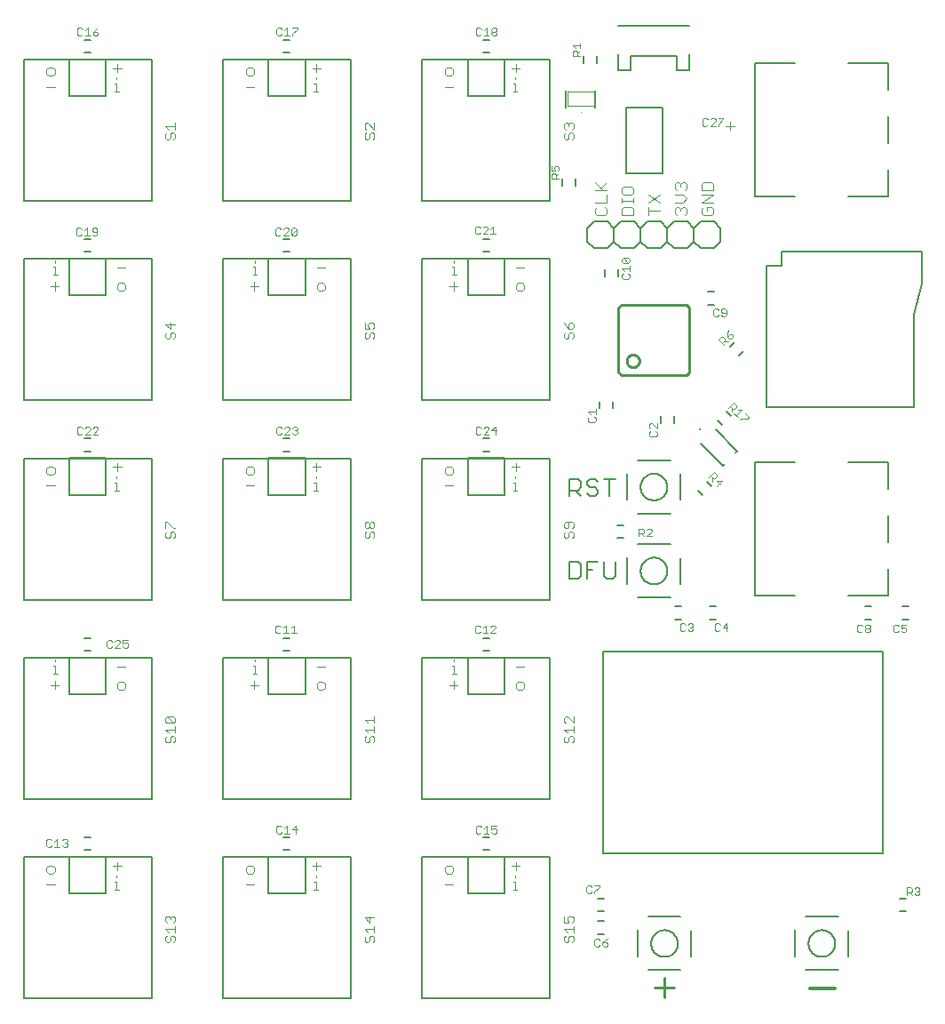
<source format=gto>
G75*
%MOIN*%
%OFA0B0*%
%FSLAX25Y25*%
%IPPOS*%
%LPD*%
%AMOC8*
5,1,8,0,0,1.08239X$1,22.5*
%
%ADD10C,0.00600*%
%ADD11C,0.01000*%
%ADD12C,0.01200*%
%ADD13C,0.00400*%
%ADD14C,0.00800*%
%ADD15C,0.00500*%
%ADD16C,0.00300*%
%ADD17C,0.00039*%
%ADD18C,0.00295*%
D10*
X0039589Y0069935D02*
X0041951Y0069935D01*
X0041951Y0074660D02*
X0039589Y0074660D01*
X0039589Y0144739D02*
X0041951Y0144739D01*
X0041951Y0149463D02*
X0039589Y0149463D01*
X0039589Y0219542D02*
X0041951Y0219542D01*
X0041951Y0224266D02*
X0039589Y0224266D01*
X0039589Y0294345D02*
X0041951Y0294345D01*
X0041951Y0299069D02*
X0039589Y0299069D01*
X0039589Y0369148D02*
X0041951Y0369148D01*
X0041951Y0373872D02*
X0039589Y0373872D01*
X0114392Y0373872D02*
X0116754Y0373872D01*
X0116754Y0369148D02*
X0114392Y0369148D01*
X0114392Y0299069D02*
X0116754Y0299069D01*
X0116754Y0294345D02*
X0114392Y0294345D01*
X0114392Y0224266D02*
X0116754Y0224266D01*
X0116754Y0219542D02*
X0114392Y0219542D01*
X0114392Y0149463D02*
X0116754Y0149463D01*
X0116754Y0144739D02*
X0114392Y0144739D01*
X0114392Y0074660D02*
X0116754Y0074660D01*
X0116754Y0069935D02*
X0114392Y0069935D01*
X0189195Y0069935D02*
X0191557Y0069935D01*
X0191557Y0074660D02*
X0189195Y0074660D01*
X0232219Y0051762D02*
X0234581Y0051762D01*
X0234581Y0047038D02*
X0232219Y0047038D01*
X0232219Y0043262D02*
X0234581Y0043262D01*
X0234581Y0038538D02*
X0232219Y0038538D01*
X0191557Y0144739D02*
X0189195Y0144739D01*
X0189195Y0149463D02*
X0191557Y0149463D01*
X0221700Y0171700D02*
X0224903Y0171700D01*
X0225970Y0172768D01*
X0225970Y0177038D01*
X0224903Y0178105D01*
X0221700Y0178105D01*
X0221700Y0171700D01*
X0228145Y0171700D02*
X0228145Y0178105D01*
X0232416Y0178105D01*
X0234591Y0178105D02*
X0234591Y0172768D01*
X0235659Y0171700D01*
X0237794Y0171700D01*
X0238861Y0172768D01*
X0238861Y0178105D01*
X0239719Y0187038D02*
X0242081Y0187038D01*
X0242081Y0191762D02*
X0239719Y0191762D01*
X0236726Y0202700D02*
X0236726Y0209105D01*
X0234591Y0209105D02*
X0238861Y0209105D01*
X0232416Y0208038D02*
X0231348Y0209105D01*
X0229213Y0209105D01*
X0228145Y0208038D01*
X0228145Y0206970D01*
X0229213Y0205903D01*
X0231348Y0205903D01*
X0232416Y0204835D01*
X0232416Y0203768D01*
X0231348Y0202700D01*
X0229213Y0202700D01*
X0228145Y0203768D01*
X0225970Y0202700D02*
X0223835Y0204835D01*
X0224903Y0204835D02*
X0221700Y0204835D01*
X0221700Y0202700D02*
X0221700Y0209105D01*
X0224903Y0209105D01*
X0225970Y0208038D01*
X0225970Y0205903D01*
X0224903Y0204835D01*
X0228145Y0174903D02*
X0230281Y0174903D01*
X0261219Y0161262D02*
X0263581Y0161262D01*
X0263581Y0156538D02*
X0261219Y0156538D01*
X0274219Y0156538D02*
X0276581Y0156538D01*
X0276581Y0161262D02*
X0274219Y0161262D01*
X0271565Y0202895D02*
X0269895Y0204565D01*
X0273235Y0207905D02*
X0274905Y0206235D01*
X0279065Y0229395D02*
X0277395Y0231065D01*
X0280735Y0234405D02*
X0282405Y0232735D01*
X0285235Y0255395D02*
X0286905Y0257065D01*
X0283565Y0260405D02*
X0281895Y0258735D01*
X0276081Y0274538D02*
X0273719Y0274538D01*
X0273719Y0279262D02*
X0276081Y0279262D01*
X0275869Y0295613D02*
X0270869Y0295613D01*
X0268369Y0298113D01*
X0265869Y0295613D01*
X0260869Y0295613D01*
X0258369Y0298113D01*
X0255869Y0295613D01*
X0250869Y0295613D01*
X0248369Y0298113D01*
X0245869Y0295613D01*
X0240869Y0295613D01*
X0238369Y0298113D01*
X0235869Y0295613D01*
X0230869Y0295613D01*
X0228369Y0298113D01*
X0228369Y0303113D01*
X0230869Y0305613D01*
X0235869Y0305613D01*
X0238369Y0303113D01*
X0240869Y0305613D01*
X0245869Y0305613D01*
X0248369Y0303113D01*
X0248369Y0298113D01*
X0248369Y0303113D02*
X0250869Y0305613D01*
X0255869Y0305613D01*
X0258369Y0303113D01*
X0260869Y0305613D01*
X0265869Y0305613D01*
X0268369Y0303113D01*
X0270869Y0305613D01*
X0275869Y0305613D01*
X0278369Y0303113D01*
X0278369Y0298113D01*
X0275869Y0295613D01*
X0268369Y0298113D02*
X0268369Y0303113D01*
X0258369Y0303113D02*
X0258369Y0298113D01*
X0239762Y0287581D02*
X0239762Y0285219D01*
X0235038Y0285219D02*
X0235038Y0287581D01*
X0238369Y0298113D02*
X0238369Y0303113D01*
X0223762Y0319219D02*
X0223762Y0321581D01*
X0219038Y0321581D02*
X0219038Y0319219D01*
X0243054Y0323746D02*
X0243054Y0348345D01*
X0256676Y0348345D01*
X0256676Y0323746D01*
X0243054Y0323746D01*
X0231762Y0365219D02*
X0231762Y0367581D01*
X0227038Y0367581D02*
X0227038Y0365219D01*
X0191557Y0369148D02*
X0189195Y0369148D01*
X0189195Y0373872D02*
X0191557Y0373872D01*
X0191557Y0299069D02*
X0189195Y0299069D01*
X0189195Y0294345D02*
X0191557Y0294345D01*
X0233038Y0238081D02*
X0233038Y0235719D01*
X0237762Y0235719D02*
X0237762Y0238081D01*
X0256038Y0232581D02*
X0256038Y0230219D01*
X0260762Y0230219D02*
X0260762Y0232581D01*
X0191557Y0224266D02*
X0189195Y0224266D01*
X0189195Y0219542D02*
X0191557Y0219542D01*
X0332719Y0161262D02*
X0335081Y0161262D01*
X0335081Y0156538D02*
X0332719Y0156538D01*
X0346719Y0156538D02*
X0349081Y0156538D01*
X0349081Y0161262D02*
X0346719Y0161262D01*
X0345719Y0051762D02*
X0348081Y0051762D01*
X0348081Y0047038D02*
X0345719Y0047038D01*
D11*
X0260940Y0018405D02*
X0253600Y0018405D01*
X0257270Y0022075D02*
X0257270Y0014735D01*
X0265573Y0247955D02*
X0241164Y0247955D01*
X0240081Y0249038D01*
X0240081Y0273447D01*
X0241164Y0274530D01*
X0265573Y0274530D01*
X0266656Y0273447D01*
X0266656Y0249038D01*
X0265573Y0247955D01*
X0243132Y0253369D02*
X0243134Y0253466D01*
X0243140Y0253563D01*
X0243150Y0253659D01*
X0243164Y0253755D01*
X0243182Y0253851D01*
X0243203Y0253945D01*
X0243229Y0254039D01*
X0243258Y0254131D01*
X0243292Y0254222D01*
X0243328Y0254312D01*
X0243369Y0254400D01*
X0243413Y0254486D01*
X0243461Y0254571D01*
X0243512Y0254653D01*
X0243566Y0254734D01*
X0243624Y0254812D01*
X0243685Y0254887D01*
X0243748Y0254960D01*
X0243815Y0255031D01*
X0243885Y0255098D01*
X0243957Y0255163D01*
X0244032Y0255224D01*
X0244110Y0255283D01*
X0244189Y0255338D01*
X0244271Y0255390D01*
X0244355Y0255438D01*
X0244441Y0255483D01*
X0244529Y0255525D01*
X0244618Y0255563D01*
X0244709Y0255597D01*
X0244801Y0255627D01*
X0244894Y0255654D01*
X0244989Y0255676D01*
X0245084Y0255695D01*
X0245180Y0255710D01*
X0245276Y0255721D01*
X0245373Y0255728D01*
X0245470Y0255731D01*
X0245567Y0255730D01*
X0245664Y0255725D01*
X0245760Y0255716D01*
X0245856Y0255703D01*
X0245952Y0255686D01*
X0246047Y0255665D01*
X0246140Y0255641D01*
X0246233Y0255612D01*
X0246325Y0255580D01*
X0246415Y0255544D01*
X0246503Y0255505D01*
X0246590Y0255461D01*
X0246675Y0255415D01*
X0246758Y0255364D01*
X0246839Y0255311D01*
X0246917Y0255254D01*
X0246994Y0255194D01*
X0247067Y0255131D01*
X0247138Y0255065D01*
X0247206Y0254996D01*
X0247272Y0254924D01*
X0247334Y0254850D01*
X0247393Y0254773D01*
X0247449Y0254694D01*
X0247502Y0254612D01*
X0247552Y0254529D01*
X0247597Y0254443D01*
X0247640Y0254356D01*
X0247679Y0254267D01*
X0247714Y0254177D01*
X0247745Y0254085D01*
X0247772Y0253992D01*
X0247796Y0253898D01*
X0247816Y0253803D01*
X0247832Y0253707D01*
X0247844Y0253611D01*
X0247852Y0253514D01*
X0247856Y0253417D01*
X0247856Y0253321D01*
X0247852Y0253224D01*
X0247844Y0253127D01*
X0247832Y0253031D01*
X0247816Y0252935D01*
X0247796Y0252840D01*
X0247772Y0252746D01*
X0247745Y0252653D01*
X0247714Y0252561D01*
X0247679Y0252471D01*
X0247640Y0252382D01*
X0247597Y0252295D01*
X0247552Y0252209D01*
X0247502Y0252126D01*
X0247449Y0252044D01*
X0247393Y0251965D01*
X0247334Y0251888D01*
X0247272Y0251814D01*
X0247206Y0251742D01*
X0247138Y0251673D01*
X0247067Y0251607D01*
X0246994Y0251544D01*
X0246917Y0251484D01*
X0246839Y0251427D01*
X0246758Y0251374D01*
X0246675Y0251323D01*
X0246590Y0251277D01*
X0246503Y0251233D01*
X0246415Y0251194D01*
X0246325Y0251158D01*
X0246233Y0251126D01*
X0246140Y0251097D01*
X0246047Y0251073D01*
X0245952Y0251052D01*
X0245856Y0251035D01*
X0245760Y0251022D01*
X0245664Y0251013D01*
X0245567Y0251008D01*
X0245470Y0251007D01*
X0245373Y0251010D01*
X0245276Y0251017D01*
X0245180Y0251028D01*
X0245084Y0251043D01*
X0244989Y0251062D01*
X0244894Y0251084D01*
X0244801Y0251111D01*
X0244709Y0251141D01*
X0244618Y0251175D01*
X0244529Y0251213D01*
X0244441Y0251255D01*
X0244355Y0251300D01*
X0244271Y0251348D01*
X0244189Y0251400D01*
X0244110Y0251455D01*
X0244032Y0251514D01*
X0243957Y0251575D01*
X0243885Y0251640D01*
X0243815Y0251707D01*
X0243748Y0251778D01*
X0243685Y0251851D01*
X0243624Y0251926D01*
X0243566Y0252004D01*
X0243512Y0252085D01*
X0243461Y0252167D01*
X0243413Y0252252D01*
X0243369Y0252338D01*
X0243328Y0252426D01*
X0243292Y0252516D01*
X0243258Y0252607D01*
X0243229Y0252699D01*
X0243203Y0252793D01*
X0243182Y0252887D01*
X0243164Y0252983D01*
X0243150Y0253079D01*
X0243140Y0253175D01*
X0243134Y0253272D01*
X0243132Y0253369D01*
D12*
X0312000Y0017906D02*
X0321208Y0017906D01*
D13*
X0223176Y0036046D02*
X0222576Y0035445D01*
X0223176Y0036046D02*
X0223176Y0037247D01*
X0222576Y0037847D01*
X0221975Y0037847D01*
X0221375Y0037247D01*
X0221375Y0036046D01*
X0220774Y0035445D01*
X0220174Y0035445D01*
X0219573Y0036046D01*
X0219573Y0037247D01*
X0220174Y0037847D01*
X0220774Y0039129D02*
X0219573Y0040330D01*
X0223176Y0040330D01*
X0223176Y0039129D02*
X0223176Y0041531D01*
X0222576Y0042812D02*
X0223176Y0043412D01*
X0223176Y0044613D01*
X0222576Y0045214D01*
X0221375Y0045214D01*
X0220774Y0044613D01*
X0220774Y0044013D01*
X0221375Y0042812D01*
X0219573Y0042812D01*
X0219573Y0045214D01*
X0202042Y0055155D02*
X0200507Y0055155D01*
X0201274Y0055155D02*
X0201274Y0058224D01*
X0200507Y0058224D01*
X0201274Y0059759D02*
X0201274Y0060526D01*
X0201507Y0062422D02*
X0201507Y0065492D01*
X0199972Y0063957D02*
X0203042Y0063957D01*
X0178042Y0063457D02*
X0177274Y0064224D01*
X0175740Y0064224D01*
X0174972Y0063457D01*
X0174972Y0061922D01*
X0175740Y0061155D01*
X0177274Y0061155D01*
X0178042Y0061922D01*
X0178042Y0063457D01*
X0178042Y0056957D02*
X0174972Y0056957D01*
X0148373Y0044613D02*
X0144770Y0044613D01*
X0146572Y0042812D01*
X0146572Y0045214D01*
X0148373Y0041531D02*
X0148373Y0039129D01*
X0148373Y0040330D02*
X0144770Y0040330D01*
X0145971Y0039129D01*
X0145371Y0037847D02*
X0144770Y0037247D01*
X0144770Y0036046D01*
X0145371Y0035445D01*
X0145971Y0035445D01*
X0146572Y0036046D01*
X0146572Y0037247D01*
X0147172Y0037847D01*
X0147773Y0037847D01*
X0148373Y0037247D01*
X0148373Y0036046D01*
X0147773Y0035445D01*
X0127239Y0055155D02*
X0125704Y0055155D01*
X0126471Y0055155D02*
X0126471Y0058224D01*
X0125704Y0058224D01*
X0126471Y0059759D02*
X0126471Y0060526D01*
X0126704Y0062422D02*
X0126704Y0065492D01*
X0125169Y0063957D02*
X0128239Y0063957D01*
X0103239Y0063457D02*
X0102471Y0064224D01*
X0100937Y0064224D01*
X0100169Y0063457D01*
X0100169Y0061922D01*
X0100937Y0061155D01*
X0102471Y0061155D01*
X0103239Y0061922D01*
X0103239Y0063457D01*
X0103239Y0056957D02*
X0100169Y0056957D01*
X0073570Y0044613D02*
X0073570Y0043412D01*
X0072970Y0042812D01*
X0073570Y0041531D02*
X0073570Y0039129D01*
X0073570Y0040330D02*
X0069967Y0040330D01*
X0071168Y0039129D01*
X0070568Y0037847D02*
X0069967Y0037247D01*
X0069967Y0036046D01*
X0070568Y0035445D01*
X0071168Y0035445D01*
X0071769Y0036046D01*
X0071769Y0037247D01*
X0072369Y0037847D01*
X0072970Y0037847D01*
X0073570Y0037247D01*
X0073570Y0036046D01*
X0072970Y0035445D01*
X0070568Y0042812D02*
X0069967Y0043412D01*
X0069967Y0044613D01*
X0070568Y0045214D01*
X0071168Y0045214D01*
X0071769Y0044613D01*
X0072369Y0045214D01*
X0072970Y0045214D01*
X0073570Y0044613D01*
X0071769Y0044613D02*
X0071769Y0044013D01*
X0052435Y0055155D02*
X0050901Y0055155D01*
X0051668Y0055155D02*
X0051668Y0058224D01*
X0050901Y0058224D01*
X0051668Y0059759D02*
X0051668Y0060526D01*
X0051901Y0062422D02*
X0051901Y0065492D01*
X0050366Y0063957D02*
X0053435Y0063957D01*
X0028435Y0063457D02*
X0027668Y0064224D01*
X0026133Y0064224D01*
X0025366Y0063457D01*
X0025366Y0061922D01*
X0026133Y0061155D01*
X0027668Y0061155D01*
X0028435Y0061922D01*
X0028435Y0063457D01*
X0028435Y0056957D02*
X0025366Y0056957D01*
X0070568Y0110249D02*
X0071168Y0110249D01*
X0071769Y0110849D01*
X0071769Y0112050D01*
X0072369Y0112651D01*
X0072970Y0112651D01*
X0073570Y0112050D01*
X0073570Y0110849D01*
X0072970Y0110249D01*
X0070568Y0110249D02*
X0069967Y0110849D01*
X0069967Y0112050D01*
X0070568Y0112651D01*
X0071168Y0113932D02*
X0069967Y0115133D01*
X0073570Y0115133D01*
X0073570Y0113932D02*
X0073570Y0116334D01*
X0072970Y0117615D02*
X0070568Y0120017D01*
X0072970Y0120017D01*
X0073570Y0119416D01*
X0073570Y0118215D01*
X0072970Y0117615D01*
X0070568Y0117615D01*
X0069967Y0118215D01*
X0069967Y0119416D01*
X0070568Y0120017D01*
X0055039Y0130726D02*
X0055039Y0132260D01*
X0054272Y0133028D01*
X0052737Y0133028D01*
X0051970Y0132260D01*
X0051970Y0130726D01*
X0052737Y0129958D01*
X0054272Y0129958D01*
X0055039Y0130726D01*
X0055039Y0138760D02*
X0051970Y0138760D01*
X0029505Y0135958D02*
X0027970Y0135958D01*
X0028737Y0135958D02*
X0028737Y0139028D01*
X0027970Y0139028D01*
X0028737Y0140562D02*
X0028737Y0141330D01*
X0028505Y0133295D02*
X0028505Y0130226D01*
X0030039Y0131760D02*
X0026970Y0131760D01*
X0070568Y0186893D02*
X0071168Y0186893D01*
X0071769Y0187494D01*
X0071769Y0188695D01*
X0072369Y0189295D01*
X0072970Y0189295D01*
X0073570Y0188695D01*
X0073570Y0187494D01*
X0072970Y0186893D01*
X0070568Y0186893D02*
X0069967Y0187494D01*
X0069967Y0188695D01*
X0070568Y0189295D01*
X0069967Y0190576D02*
X0069967Y0192978D01*
X0070568Y0192978D01*
X0072970Y0190576D01*
X0073570Y0190576D01*
X0052435Y0204761D02*
X0050901Y0204761D01*
X0051668Y0204761D02*
X0051668Y0207831D01*
X0050901Y0207831D01*
X0051668Y0209365D02*
X0051668Y0210133D01*
X0051901Y0212029D02*
X0051901Y0215098D01*
X0050366Y0213563D02*
X0053435Y0213563D01*
X0028435Y0213063D02*
X0028435Y0211529D01*
X0027668Y0210761D01*
X0026133Y0210761D01*
X0025366Y0211529D01*
X0025366Y0213063D01*
X0026133Y0213831D01*
X0027668Y0213831D01*
X0028435Y0213063D01*
X0028435Y0206563D02*
X0025366Y0206563D01*
X0070568Y0261696D02*
X0071168Y0261696D01*
X0071769Y0262297D01*
X0071769Y0263498D01*
X0072369Y0264098D01*
X0072970Y0264098D01*
X0073570Y0263498D01*
X0073570Y0262297D01*
X0072970Y0261696D01*
X0070568Y0261696D02*
X0069967Y0262297D01*
X0069967Y0263498D01*
X0070568Y0264098D01*
X0071769Y0265380D02*
X0069967Y0267181D01*
X0073570Y0267181D01*
X0071769Y0267782D02*
X0071769Y0265380D01*
X0055039Y0280332D02*
X0055039Y0281867D01*
X0054272Y0282634D01*
X0052737Y0282634D01*
X0051970Y0281867D01*
X0051970Y0280332D01*
X0052737Y0279565D01*
X0054272Y0279565D01*
X0055039Y0280332D01*
X0055039Y0288367D02*
X0051970Y0288367D01*
X0029505Y0285565D02*
X0027970Y0285565D01*
X0028737Y0285565D02*
X0028737Y0288634D01*
X0027970Y0288634D01*
X0028737Y0290168D02*
X0028737Y0290936D01*
X0028505Y0282901D02*
X0028505Y0279832D01*
X0026970Y0281367D02*
X0030039Y0281367D01*
X0070568Y0336500D02*
X0071168Y0336500D01*
X0071769Y0337100D01*
X0071769Y0338301D01*
X0072369Y0338902D01*
X0072970Y0338902D01*
X0073570Y0338301D01*
X0073570Y0337100D01*
X0072970Y0336500D01*
X0070568Y0336500D02*
X0069967Y0337100D01*
X0069967Y0338301D01*
X0070568Y0338902D01*
X0071168Y0340183D02*
X0069967Y0341384D01*
X0073570Y0341384D01*
X0073570Y0340183D02*
X0073570Y0342585D01*
X0052435Y0354368D02*
X0050901Y0354368D01*
X0051668Y0354368D02*
X0051668Y0357437D01*
X0050901Y0357437D01*
X0051668Y0358972D02*
X0051668Y0359739D01*
X0051901Y0361635D02*
X0051901Y0364704D01*
X0053435Y0363170D02*
X0050366Y0363170D01*
X0028435Y0362670D02*
X0028435Y0361135D01*
X0027668Y0360368D01*
X0026133Y0360368D01*
X0025366Y0361135D01*
X0025366Y0362670D01*
X0026133Y0363437D01*
X0027668Y0363437D01*
X0028435Y0362670D01*
X0028435Y0356170D02*
X0025366Y0356170D01*
X0100169Y0356170D02*
X0103239Y0356170D01*
X0102471Y0360368D02*
X0103239Y0361135D01*
X0103239Y0362670D01*
X0102471Y0363437D01*
X0100937Y0363437D01*
X0100169Y0362670D01*
X0100169Y0361135D01*
X0100937Y0360368D01*
X0102471Y0360368D01*
X0125169Y0363170D02*
X0128239Y0363170D01*
X0126704Y0364704D02*
X0126704Y0361635D01*
X0126471Y0359739D02*
X0126471Y0358972D01*
X0126471Y0357437D02*
X0126471Y0354368D01*
X0125704Y0354368D02*
X0127239Y0354368D01*
X0126471Y0357437D02*
X0125704Y0357437D01*
X0144770Y0341984D02*
X0144770Y0340783D01*
X0145371Y0340183D01*
X0145371Y0338902D02*
X0144770Y0338301D01*
X0144770Y0337100D01*
X0145371Y0336500D01*
X0145971Y0336500D01*
X0146572Y0337100D01*
X0146572Y0338301D01*
X0147172Y0338902D01*
X0147773Y0338902D01*
X0148373Y0338301D01*
X0148373Y0337100D01*
X0147773Y0336500D01*
X0148373Y0340183D02*
X0145971Y0342585D01*
X0145371Y0342585D01*
X0144770Y0341984D01*
X0148373Y0342585D02*
X0148373Y0340183D01*
X0174972Y0356170D02*
X0178042Y0356170D01*
X0177274Y0360368D02*
X0178042Y0361135D01*
X0178042Y0362670D01*
X0177274Y0363437D01*
X0175740Y0363437D01*
X0174972Y0362670D01*
X0174972Y0361135D01*
X0175740Y0360368D01*
X0177274Y0360368D01*
X0199972Y0363170D02*
X0203042Y0363170D01*
X0201507Y0364704D02*
X0201507Y0361635D01*
X0201274Y0359739D02*
X0201274Y0358972D01*
X0201274Y0357437D02*
X0201274Y0354368D01*
X0200507Y0354368D02*
X0202042Y0354368D01*
X0201274Y0357437D02*
X0200507Y0357437D01*
X0219573Y0341984D02*
X0220174Y0342585D01*
X0220774Y0342585D01*
X0221375Y0341984D01*
X0221975Y0342585D01*
X0222576Y0342585D01*
X0223176Y0341984D01*
X0223176Y0340783D01*
X0222576Y0340183D01*
X0222576Y0338902D02*
X0223176Y0338301D01*
X0223176Y0337100D01*
X0222576Y0336500D01*
X0221375Y0337100D02*
X0221375Y0338301D01*
X0221975Y0338902D01*
X0222576Y0338902D01*
X0221375Y0337100D02*
X0220774Y0336500D01*
X0220174Y0336500D01*
X0219573Y0337100D01*
X0219573Y0338301D01*
X0220174Y0338902D01*
X0220174Y0340183D02*
X0219573Y0340783D01*
X0219573Y0341984D01*
X0221375Y0341984D02*
X0221375Y0341384D01*
X0231096Y0320377D02*
X0234165Y0317308D01*
X0233398Y0318075D02*
X0235700Y0320377D01*
X0235700Y0317308D02*
X0231096Y0317308D01*
X0231096Y0312704D02*
X0235700Y0312704D01*
X0235700Y0315773D01*
X0234933Y0311169D02*
X0235700Y0310402D01*
X0235700Y0308867D01*
X0234933Y0308100D01*
X0231863Y0308100D01*
X0231096Y0308867D01*
X0231096Y0310402D01*
X0231863Y0311169D01*
X0241096Y0310402D02*
X0241096Y0308100D01*
X0245700Y0308100D01*
X0245700Y0310402D01*
X0244933Y0311169D01*
X0241863Y0311169D01*
X0241096Y0310402D01*
X0241096Y0312704D02*
X0241096Y0314239D01*
X0241096Y0313471D02*
X0245700Y0313471D01*
X0245700Y0312704D02*
X0245700Y0314239D01*
X0244933Y0315773D02*
X0245700Y0316541D01*
X0245700Y0318075D01*
X0244933Y0318842D01*
X0241863Y0318842D01*
X0241096Y0318075D01*
X0241096Y0316541D01*
X0241863Y0315773D01*
X0244933Y0315773D01*
X0251096Y0315773D02*
X0255700Y0312704D01*
X0255700Y0315773D02*
X0251096Y0312704D01*
X0251096Y0311169D02*
X0251096Y0308100D01*
X0251096Y0309635D02*
X0255700Y0309635D01*
X0261096Y0310402D02*
X0261863Y0311169D01*
X0262631Y0311169D01*
X0263398Y0310402D01*
X0264165Y0311169D01*
X0264933Y0311169D01*
X0265700Y0310402D01*
X0265700Y0308867D01*
X0264933Y0308100D01*
X0263398Y0309635D02*
X0263398Y0310402D01*
X0261096Y0310402D02*
X0261096Y0308867D01*
X0261863Y0308100D01*
X0261096Y0312704D02*
X0264165Y0312704D01*
X0265700Y0314239D01*
X0264165Y0315773D01*
X0261096Y0315773D01*
X0261863Y0317308D02*
X0261096Y0318075D01*
X0261096Y0319610D01*
X0261863Y0320377D01*
X0262631Y0320377D01*
X0263398Y0319610D01*
X0264165Y0320377D01*
X0264933Y0320377D01*
X0265700Y0319610D01*
X0265700Y0318075D01*
X0264933Y0317308D01*
X0263398Y0318842D02*
X0263398Y0319610D01*
X0271096Y0319610D02*
X0271096Y0317308D01*
X0275700Y0317308D01*
X0275700Y0319610D01*
X0274933Y0320377D01*
X0271863Y0320377D01*
X0271096Y0319610D01*
X0271096Y0315773D02*
X0275700Y0315773D01*
X0271096Y0312704D01*
X0275700Y0312704D01*
X0274933Y0311169D02*
X0273398Y0311169D01*
X0273398Y0309635D01*
X0271863Y0311169D02*
X0271096Y0310402D01*
X0271096Y0308867D01*
X0271863Y0308100D01*
X0274933Y0308100D01*
X0275700Y0308867D01*
X0275700Y0310402D01*
X0274933Y0311169D01*
X0281898Y0339996D02*
X0281898Y0343065D01*
X0280363Y0341531D02*
X0283433Y0341531D01*
X0222576Y0267782D02*
X0221975Y0267782D01*
X0221375Y0267181D01*
X0221375Y0265380D01*
X0222576Y0265380D01*
X0223176Y0265980D01*
X0223176Y0267181D01*
X0222576Y0267782D01*
X0220174Y0266581D02*
X0221375Y0265380D01*
X0221975Y0264098D02*
X0221375Y0263498D01*
X0221375Y0262297D01*
X0220774Y0261696D01*
X0220174Y0261696D01*
X0219573Y0262297D01*
X0219573Y0263498D01*
X0220174Y0264098D01*
X0221975Y0264098D02*
X0222576Y0264098D01*
X0223176Y0263498D01*
X0223176Y0262297D01*
X0222576Y0261696D01*
X0220174Y0266581D02*
X0219573Y0267782D01*
X0204646Y0280332D02*
X0204646Y0281867D01*
X0203878Y0282634D01*
X0202344Y0282634D01*
X0201576Y0281867D01*
X0201576Y0280332D01*
X0202344Y0279565D01*
X0203878Y0279565D01*
X0204646Y0280332D01*
X0204646Y0288367D02*
X0201576Y0288367D01*
X0179111Y0285565D02*
X0177576Y0285565D01*
X0178344Y0285565D02*
X0178344Y0288634D01*
X0177576Y0288634D01*
X0178344Y0290168D02*
X0178344Y0290936D01*
X0178111Y0282901D02*
X0178111Y0279832D01*
X0176576Y0281367D02*
X0179646Y0281367D01*
X0148373Y0267181D02*
X0148373Y0265980D01*
X0147773Y0265380D01*
X0146572Y0265380D02*
X0145971Y0266581D01*
X0145971Y0267181D01*
X0146572Y0267782D01*
X0147773Y0267782D01*
X0148373Y0267181D01*
X0146572Y0265380D02*
X0144770Y0265380D01*
X0144770Y0267782D01*
X0145371Y0264098D02*
X0144770Y0263498D01*
X0144770Y0262297D01*
X0145371Y0261696D01*
X0145971Y0261696D01*
X0146572Y0262297D01*
X0146572Y0263498D01*
X0147172Y0264098D01*
X0147773Y0264098D01*
X0148373Y0263498D01*
X0148373Y0262297D01*
X0147773Y0261696D01*
X0129843Y0280332D02*
X0129843Y0281867D01*
X0129075Y0282634D01*
X0127541Y0282634D01*
X0126773Y0281867D01*
X0126773Y0280332D01*
X0127541Y0279565D01*
X0129075Y0279565D01*
X0129843Y0280332D01*
X0129843Y0288367D02*
X0126773Y0288367D01*
X0104308Y0285565D02*
X0102773Y0285565D01*
X0103541Y0285565D02*
X0103541Y0288634D01*
X0102773Y0288634D01*
X0103541Y0290168D02*
X0103541Y0290936D01*
X0103308Y0282901D02*
X0103308Y0279832D01*
X0101773Y0281367D02*
X0104843Y0281367D01*
X0102471Y0213831D02*
X0100937Y0213831D01*
X0100169Y0213063D01*
X0100169Y0211529D01*
X0100937Y0210761D01*
X0102471Y0210761D01*
X0103239Y0211529D01*
X0103239Y0213063D01*
X0102471Y0213831D01*
X0103239Y0206563D02*
X0100169Y0206563D01*
X0125704Y0207831D02*
X0126471Y0207831D01*
X0126471Y0204761D01*
X0125704Y0204761D02*
X0127239Y0204761D01*
X0126471Y0209365D02*
X0126471Y0210133D01*
X0126704Y0212029D02*
X0126704Y0215098D01*
X0125169Y0213563D02*
X0128239Y0213563D01*
X0145371Y0192978D02*
X0145971Y0192978D01*
X0146572Y0192378D01*
X0146572Y0191177D01*
X0145971Y0190576D01*
X0145371Y0190576D01*
X0144770Y0191177D01*
X0144770Y0192378D01*
X0145371Y0192978D01*
X0146572Y0192378D02*
X0147172Y0192978D01*
X0147773Y0192978D01*
X0148373Y0192378D01*
X0148373Y0191177D01*
X0147773Y0190576D01*
X0147172Y0190576D01*
X0146572Y0191177D01*
X0147172Y0189295D02*
X0147773Y0189295D01*
X0148373Y0188695D01*
X0148373Y0187494D01*
X0147773Y0186893D01*
X0146572Y0187494D02*
X0146572Y0188695D01*
X0147172Y0189295D01*
X0145371Y0189295D02*
X0144770Y0188695D01*
X0144770Y0187494D01*
X0145371Y0186893D01*
X0145971Y0186893D01*
X0146572Y0187494D01*
X0174972Y0206563D02*
X0178042Y0206563D01*
X0177274Y0210761D02*
X0178042Y0211529D01*
X0178042Y0213063D01*
X0177274Y0213831D01*
X0175740Y0213831D01*
X0174972Y0213063D01*
X0174972Y0211529D01*
X0175740Y0210761D01*
X0177274Y0210761D01*
X0199972Y0213563D02*
X0203042Y0213563D01*
X0201507Y0215098D02*
X0201507Y0212029D01*
X0201274Y0210133D02*
X0201274Y0209365D01*
X0201274Y0207831D02*
X0201274Y0204761D01*
X0200507Y0204761D02*
X0202042Y0204761D01*
X0201274Y0207831D02*
X0200507Y0207831D01*
X0219573Y0192378D02*
X0219573Y0191177D01*
X0220174Y0190576D01*
X0220774Y0190576D01*
X0221375Y0191177D01*
X0221375Y0192978D01*
X0222576Y0192978D02*
X0220174Y0192978D01*
X0219573Y0192378D01*
X0222576Y0192978D02*
X0223176Y0192378D01*
X0223176Y0191177D01*
X0222576Y0190576D01*
X0222576Y0189295D02*
X0223176Y0188695D01*
X0223176Y0187494D01*
X0222576Y0186893D01*
X0221375Y0187494D02*
X0221375Y0188695D01*
X0221975Y0189295D01*
X0222576Y0189295D01*
X0221375Y0187494D02*
X0220774Y0186893D01*
X0220174Y0186893D01*
X0219573Y0187494D01*
X0219573Y0188695D01*
X0220174Y0189295D01*
X0178344Y0141330D02*
X0178344Y0140562D01*
X0178344Y0139028D02*
X0178344Y0135958D01*
X0179111Y0135958D02*
X0177576Y0135958D01*
X0178111Y0133295D02*
X0178111Y0130226D01*
X0176576Y0131760D02*
X0179646Y0131760D01*
X0178344Y0139028D02*
X0177576Y0139028D01*
X0201576Y0138760D02*
X0204646Y0138760D01*
X0203878Y0133028D02*
X0202344Y0133028D01*
X0201576Y0132260D01*
X0201576Y0130726D01*
X0202344Y0129958D01*
X0203878Y0129958D01*
X0204646Y0130726D01*
X0204646Y0132260D01*
X0203878Y0133028D01*
X0219573Y0119416D02*
X0219573Y0118215D01*
X0220174Y0117615D01*
X0219573Y0119416D02*
X0220174Y0120017D01*
X0220774Y0120017D01*
X0223176Y0117615D01*
X0223176Y0120017D01*
X0223176Y0116334D02*
X0223176Y0113932D01*
X0223176Y0115133D02*
X0219573Y0115133D01*
X0220774Y0113932D01*
X0220174Y0112651D02*
X0219573Y0112050D01*
X0219573Y0110849D01*
X0220174Y0110249D01*
X0220774Y0110249D01*
X0221375Y0110849D01*
X0221375Y0112050D01*
X0221975Y0112651D01*
X0222576Y0112651D01*
X0223176Y0112050D01*
X0223176Y0110849D01*
X0222576Y0110249D01*
X0148373Y0110849D02*
X0147773Y0110249D01*
X0148373Y0110849D02*
X0148373Y0112050D01*
X0147773Y0112651D01*
X0147172Y0112651D01*
X0146572Y0112050D01*
X0146572Y0110849D01*
X0145971Y0110249D01*
X0145371Y0110249D01*
X0144770Y0110849D01*
X0144770Y0112050D01*
X0145371Y0112651D01*
X0145971Y0113932D02*
X0144770Y0115133D01*
X0148373Y0115133D01*
X0148373Y0113932D02*
X0148373Y0116334D01*
X0148373Y0117615D02*
X0148373Y0120017D01*
X0148373Y0118816D02*
X0144770Y0118816D01*
X0145971Y0117615D01*
X0129843Y0130726D02*
X0129843Y0132260D01*
X0129075Y0133028D01*
X0127541Y0133028D01*
X0126773Y0132260D01*
X0126773Y0130726D01*
X0127541Y0129958D01*
X0129075Y0129958D01*
X0129843Y0130726D01*
X0129843Y0138760D02*
X0126773Y0138760D01*
X0104308Y0135958D02*
X0102773Y0135958D01*
X0103541Y0135958D02*
X0103541Y0139028D01*
X0102773Y0139028D01*
X0103541Y0140562D02*
X0103541Y0141330D01*
X0103308Y0133295D02*
X0103308Y0130226D01*
X0101773Y0131760D02*
X0104843Y0131760D01*
D14*
X0016770Y0067270D02*
X0016770Y0014270D01*
X0064770Y0014270D01*
X0064770Y0067270D01*
X0016770Y0067270D01*
X0016770Y0089073D02*
X0016770Y0142073D01*
X0064770Y0142073D01*
X0064770Y0089073D01*
X0016770Y0089073D01*
X0016770Y0163876D02*
X0016770Y0216876D01*
X0064770Y0216876D01*
X0064770Y0163876D01*
X0016770Y0163876D01*
X0016770Y0238680D02*
X0016770Y0291680D01*
X0064770Y0291680D01*
X0064770Y0238680D01*
X0016770Y0238680D01*
X0016770Y0313483D02*
X0016770Y0366483D01*
X0064770Y0366483D01*
X0064770Y0313483D01*
X0016770Y0313483D01*
X0091573Y0313483D02*
X0091573Y0366483D01*
X0139573Y0366483D01*
X0139573Y0313483D01*
X0091573Y0313483D01*
X0091573Y0291680D02*
X0139573Y0291680D01*
X0139573Y0238680D01*
X0091573Y0238680D01*
X0091573Y0291680D01*
X0091573Y0216876D02*
X0139573Y0216876D01*
X0139573Y0163876D01*
X0091573Y0163876D01*
X0091573Y0216876D01*
X0091573Y0142073D02*
X0139573Y0142073D01*
X0139573Y0089073D01*
X0091573Y0089073D01*
X0091573Y0142073D01*
X0091573Y0067270D02*
X0139573Y0067270D01*
X0139573Y0014270D01*
X0091573Y0014270D01*
X0091573Y0067270D01*
X0166376Y0067270D02*
X0166376Y0014270D01*
X0214376Y0014270D01*
X0214376Y0067270D01*
X0166376Y0067270D01*
X0166376Y0089073D02*
X0166376Y0142073D01*
X0214376Y0142073D01*
X0214376Y0089073D01*
X0166376Y0089073D01*
X0166376Y0163876D02*
X0166376Y0216876D01*
X0214376Y0216876D01*
X0214376Y0163876D01*
X0166376Y0163876D01*
X0166376Y0238680D02*
X0166376Y0291680D01*
X0214376Y0291680D01*
X0214376Y0238680D01*
X0166376Y0238680D01*
X0166376Y0313483D02*
X0166376Y0366483D01*
X0214376Y0366483D01*
X0214376Y0313483D01*
X0166376Y0313483D01*
X0239983Y0362227D02*
X0239983Y0368526D01*
X0244707Y0367739D02*
X0244707Y0362227D01*
X0239983Y0362227D01*
X0244707Y0367739D02*
X0262030Y0367739D01*
X0262030Y0362227D01*
X0266754Y0362227D01*
X0266754Y0368526D01*
X0266754Y0379156D02*
X0239983Y0379156D01*
X0291361Y0364983D02*
X0306361Y0364983D01*
X0291361Y0364983D02*
X0291361Y0314983D01*
X0306361Y0314983D01*
X0326361Y0314983D02*
X0341361Y0314983D01*
X0341361Y0324983D01*
X0341361Y0334983D02*
X0341361Y0344983D01*
X0341361Y0354983D02*
X0341361Y0364983D01*
X0326361Y0364983D01*
X0259431Y0216124D02*
X0247306Y0216124D01*
X0243369Y0211124D02*
X0243369Y0201243D01*
X0247306Y0196124D02*
X0259431Y0196124D01*
X0263369Y0201243D02*
X0263369Y0211006D01*
X0248369Y0206124D02*
X0248371Y0206265D01*
X0248377Y0206406D01*
X0248387Y0206546D01*
X0248401Y0206686D01*
X0248419Y0206826D01*
X0248440Y0206965D01*
X0248466Y0207104D01*
X0248495Y0207242D01*
X0248529Y0207378D01*
X0248566Y0207514D01*
X0248607Y0207649D01*
X0248652Y0207783D01*
X0248701Y0207915D01*
X0248753Y0208046D01*
X0248809Y0208175D01*
X0248869Y0208302D01*
X0248932Y0208428D01*
X0248998Y0208552D01*
X0249069Y0208675D01*
X0249142Y0208795D01*
X0249219Y0208913D01*
X0249299Y0209029D01*
X0249383Y0209142D01*
X0249469Y0209253D01*
X0249559Y0209362D01*
X0249652Y0209468D01*
X0249747Y0209571D01*
X0249846Y0209672D01*
X0249947Y0209770D01*
X0250051Y0209865D01*
X0250158Y0209957D01*
X0250267Y0210046D01*
X0250379Y0210131D01*
X0250493Y0210214D01*
X0250609Y0210294D01*
X0250728Y0210370D01*
X0250849Y0210442D01*
X0250971Y0210512D01*
X0251096Y0210577D01*
X0251222Y0210640D01*
X0251350Y0210698D01*
X0251480Y0210753D01*
X0251611Y0210805D01*
X0251744Y0210852D01*
X0251878Y0210896D01*
X0252013Y0210937D01*
X0252149Y0210973D01*
X0252286Y0211005D01*
X0252424Y0211034D01*
X0252562Y0211059D01*
X0252702Y0211079D01*
X0252842Y0211096D01*
X0252982Y0211109D01*
X0253123Y0211118D01*
X0253263Y0211123D01*
X0253404Y0211124D01*
X0253545Y0211121D01*
X0253686Y0211114D01*
X0253826Y0211103D01*
X0253966Y0211088D01*
X0254106Y0211069D01*
X0254245Y0211047D01*
X0254383Y0211020D01*
X0254521Y0210990D01*
X0254657Y0210955D01*
X0254793Y0210917D01*
X0254927Y0210875D01*
X0255061Y0210829D01*
X0255193Y0210780D01*
X0255323Y0210726D01*
X0255452Y0210669D01*
X0255579Y0210609D01*
X0255705Y0210545D01*
X0255828Y0210477D01*
X0255950Y0210406D01*
X0256070Y0210332D01*
X0256187Y0210254D01*
X0256302Y0210173D01*
X0256415Y0210089D01*
X0256526Y0210002D01*
X0256634Y0209911D01*
X0256739Y0209818D01*
X0256842Y0209721D01*
X0256942Y0209622D01*
X0257039Y0209520D01*
X0257133Y0209415D01*
X0257224Y0209308D01*
X0257312Y0209198D01*
X0257397Y0209086D01*
X0257479Y0208971D01*
X0257558Y0208854D01*
X0257633Y0208735D01*
X0257705Y0208614D01*
X0257773Y0208491D01*
X0257838Y0208366D01*
X0257900Y0208239D01*
X0257957Y0208110D01*
X0258012Y0207980D01*
X0258062Y0207849D01*
X0258109Y0207716D01*
X0258152Y0207582D01*
X0258191Y0207446D01*
X0258226Y0207310D01*
X0258258Y0207173D01*
X0258285Y0207035D01*
X0258309Y0206896D01*
X0258329Y0206756D01*
X0258345Y0206616D01*
X0258357Y0206476D01*
X0258365Y0206335D01*
X0258369Y0206194D01*
X0258369Y0206054D01*
X0258365Y0205913D01*
X0258357Y0205772D01*
X0258345Y0205632D01*
X0258329Y0205492D01*
X0258309Y0205352D01*
X0258285Y0205213D01*
X0258258Y0205075D01*
X0258226Y0204938D01*
X0258191Y0204802D01*
X0258152Y0204666D01*
X0258109Y0204532D01*
X0258062Y0204399D01*
X0258012Y0204268D01*
X0257957Y0204138D01*
X0257900Y0204009D01*
X0257838Y0203882D01*
X0257773Y0203757D01*
X0257705Y0203634D01*
X0257633Y0203513D01*
X0257558Y0203394D01*
X0257479Y0203277D01*
X0257397Y0203162D01*
X0257312Y0203050D01*
X0257224Y0202940D01*
X0257133Y0202833D01*
X0257039Y0202728D01*
X0256942Y0202626D01*
X0256842Y0202527D01*
X0256739Y0202430D01*
X0256634Y0202337D01*
X0256526Y0202246D01*
X0256415Y0202159D01*
X0256302Y0202075D01*
X0256187Y0201994D01*
X0256070Y0201916D01*
X0255950Y0201842D01*
X0255828Y0201771D01*
X0255705Y0201703D01*
X0255579Y0201639D01*
X0255452Y0201579D01*
X0255323Y0201522D01*
X0255193Y0201468D01*
X0255061Y0201419D01*
X0254927Y0201373D01*
X0254793Y0201331D01*
X0254657Y0201293D01*
X0254521Y0201258D01*
X0254383Y0201228D01*
X0254245Y0201201D01*
X0254106Y0201179D01*
X0253966Y0201160D01*
X0253826Y0201145D01*
X0253686Y0201134D01*
X0253545Y0201127D01*
X0253404Y0201124D01*
X0253263Y0201125D01*
X0253123Y0201130D01*
X0252982Y0201139D01*
X0252842Y0201152D01*
X0252702Y0201169D01*
X0252562Y0201189D01*
X0252424Y0201214D01*
X0252286Y0201243D01*
X0252149Y0201275D01*
X0252013Y0201311D01*
X0251878Y0201352D01*
X0251744Y0201396D01*
X0251611Y0201443D01*
X0251480Y0201495D01*
X0251350Y0201550D01*
X0251222Y0201608D01*
X0251096Y0201671D01*
X0250971Y0201736D01*
X0250849Y0201806D01*
X0250728Y0201878D01*
X0250609Y0201954D01*
X0250493Y0202034D01*
X0250379Y0202117D01*
X0250267Y0202202D01*
X0250158Y0202291D01*
X0250051Y0202383D01*
X0249947Y0202478D01*
X0249846Y0202576D01*
X0249747Y0202677D01*
X0249652Y0202780D01*
X0249559Y0202886D01*
X0249469Y0202995D01*
X0249383Y0203106D01*
X0249299Y0203219D01*
X0249219Y0203335D01*
X0249142Y0203453D01*
X0249069Y0203573D01*
X0248998Y0203696D01*
X0248932Y0203820D01*
X0248869Y0203946D01*
X0248809Y0204073D01*
X0248753Y0204202D01*
X0248701Y0204333D01*
X0248652Y0204465D01*
X0248607Y0204599D01*
X0248566Y0204734D01*
X0248529Y0204870D01*
X0248495Y0205006D01*
X0248466Y0205144D01*
X0248440Y0205283D01*
X0248419Y0205422D01*
X0248401Y0205562D01*
X0248387Y0205702D01*
X0248377Y0205842D01*
X0248371Y0205983D01*
X0248369Y0206124D01*
X0247306Y0184628D02*
X0259431Y0184628D01*
X0263369Y0179510D02*
X0263369Y0169746D01*
X0259431Y0164628D02*
X0247306Y0164628D01*
X0243369Y0169746D02*
X0243369Y0179628D01*
X0248369Y0174628D02*
X0248371Y0174769D01*
X0248377Y0174910D01*
X0248387Y0175050D01*
X0248401Y0175190D01*
X0248419Y0175330D01*
X0248440Y0175469D01*
X0248466Y0175608D01*
X0248495Y0175746D01*
X0248529Y0175882D01*
X0248566Y0176018D01*
X0248607Y0176153D01*
X0248652Y0176287D01*
X0248701Y0176419D01*
X0248753Y0176550D01*
X0248809Y0176679D01*
X0248869Y0176806D01*
X0248932Y0176932D01*
X0248998Y0177056D01*
X0249069Y0177179D01*
X0249142Y0177299D01*
X0249219Y0177417D01*
X0249299Y0177533D01*
X0249383Y0177646D01*
X0249469Y0177757D01*
X0249559Y0177866D01*
X0249652Y0177972D01*
X0249747Y0178075D01*
X0249846Y0178176D01*
X0249947Y0178274D01*
X0250051Y0178369D01*
X0250158Y0178461D01*
X0250267Y0178550D01*
X0250379Y0178635D01*
X0250493Y0178718D01*
X0250609Y0178798D01*
X0250728Y0178874D01*
X0250849Y0178946D01*
X0250971Y0179016D01*
X0251096Y0179081D01*
X0251222Y0179144D01*
X0251350Y0179202D01*
X0251480Y0179257D01*
X0251611Y0179309D01*
X0251744Y0179356D01*
X0251878Y0179400D01*
X0252013Y0179441D01*
X0252149Y0179477D01*
X0252286Y0179509D01*
X0252424Y0179538D01*
X0252562Y0179563D01*
X0252702Y0179583D01*
X0252842Y0179600D01*
X0252982Y0179613D01*
X0253123Y0179622D01*
X0253263Y0179627D01*
X0253404Y0179628D01*
X0253545Y0179625D01*
X0253686Y0179618D01*
X0253826Y0179607D01*
X0253966Y0179592D01*
X0254106Y0179573D01*
X0254245Y0179551D01*
X0254383Y0179524D01*
X0254521Y0179494D01*
X0254657Y0179459D01*
X0254793Y0179421D01*
X0254927Y0179379D01*
X0255061Y0179333D01*
X0255193Y0179284D01*
X0255323Y0179230D01*
X0255452Y0179173D01*
X0255579Y0179113D01*
X0255705Y0179049D01*
X0255828Y0178981D01*
X0255950Y0178910D01*
X0256070Y0178836D01*
X0256187Y0178758D01*
X0256302Y0178677D01*
X0256415Y0178593D01*
X0256526Y0178506D01*
X0256634Y0178415D01*
X0256739Y0178322D01*
X0256842Y0178225D01*
X0256942Y0178126D01*
X0257039Y0178024D01*
X0257133Y0177919D01*
X0257224Y0177812D01*
X0257312Y0177702D01*
X0257397Y0177590D01*
X0257479Y0177475D01*
X0257558Y0177358D01*
X0257633Y0177239D01*
X0257705Y0177118D01*
X0257773Y0176995D01*
X0257838Y0176870D01*
X0257900Y0176743D01*
X0257957Y0176614D01*
X0258012Y0176484D01*
X0258062Y0176353D01*
X0258109Y0176220D01*
X0258152Y0176086D01*
X0258191Y0175950D01*
X0258226Y0175814D01*
X0258258Y0175677D01*
X0258285Y0175539D01*
X0258309Y0175400D01*
X0258329Y0175260D01*
X0258345Y0175120D01*
X0258357Y0174980D01*
X0258365Y0174839D01*
X0258369Y0174698D01*
X0258369Y0174558D01*
X0258365Y0174417D01*
X0258357Y0174276D01*
X0258345Y0174136D01*
X0258329Y0173996D01*
X0258309Y0173856D01*
X0258285Y0173717D01*
X0258258Y0173579D01*
X0258226Y0173442D01*
X0258191Y0173306D01*
X0258152Y0173170D01*
X0258109Y0173036D01*
X0258062Y0172903D01*
X0258012Y0172772D01*
X0257957Y0172642D01*
X0257900Y0172513D01*
X0257838Y0172386D01*
X0257773Y0172261D01*
X0257705Y0172138D01*
X0257633Y0172017D01*
X0257558Y0171898D01*
X0257479Y0171781D01*
X0257397Y0171666D01*
X0257312Y0171554D01*
X0257224Y0171444D01*
X0257133Y0171337D01*
X0257039Y0171232D01*
X0256942Y0171130D01*
X0256842Y0171031D01*
X0256739Y0170934D01*
X0256634Y0170841D01*
X0256526Y0170750D01*
X0256415Y0170663D01*
X0256302Y0170579D01*
X0256187Y0170498D01*
X0256070Y0170420D01*
X0255950Y0170346D01*
X0255828Y0170275D01*
X0255705Y0170207D01*
X0255579Y0170143D01*
X0255452Y0170083D01*
X0255323Y0170026D01*
X0255193Y0169972D01*
X0255061Y0169923D01*
X0254927Y0169877D01*
X0254793Y0169835D01*
X0254657Y0169797D01*
X0254521Y0169762D01*
X0254383Y0169732D01*
X0254245Y0169705D01*
X0254106Y0169683D01*
X0253966Y0169664D01*
X0253826Y0169649D01*
X0253686Y0169638D01*
X0253545Y0169631D01*
X0253404Y0169628D01*
X0253263Y0169629D01*
X0253123Y0169634D01*
X0252982Y0169643D01*
X0252842Y0169656D01*
X0252702Y0169673D01*
X0252562Y0169693D01*
X0252424Y0169718D01*
X0252286Y0169747D01*
X0252149Y0169779D01*
X0252013Y0169815D01*
X0251878Y0169856D01*
X0251744Y0169900D01*
X0251611Y0169947D01*
X0251480Y0169999D01*
X0251350Y0170054D01*
X0251222Y0170112D01*
X0251096Y0170175D01*
X0250971Y0170240D01*
X0250849Y0170310D01*
X0250728Y0170382D01*
X0250609Y0170458D01*
X0250493Y0170538D01*
X0250379Y0170621D01*
X0250267Y0170706D01*
X0250158Y0170795D01*
X0250051Y0170887D01*
X0249947Y0170982D01*
X0249846Y0171080D01*
X0249747Y0171181D01*
X0249652Y0171284D01*
X0249559Y0171390D01*
X0249469Y0171499D01*
X0249383Y0171610D01*
X0249299Y0171723D01*
X0249219Y0171839D01*
X0249142Y0171957D01*
X0249069Y0172077D01*
X0248998Y0172200D01*
X0248932Y0172324D01*
X0248869Y0172450D01*
X0248809Y0172577D01*
X0248753Y0172706D01*
X0248701Y0172837D01*
X0248652Y0172969D01*
X0248607Y0173103D01*
X0248566Y0173238D01*
X0248529Y0173374D01*
X0248495Y0173510D01*
X0248466Y0173648D01*
X0248440Y0173787D01*
X0248419Y0173926D01*
X0248401Y0174066D01*
X0248387Y0174206D01*
X0248377Y0174346D01*
X0248371Y0174487D01*
X0248369Y0174628D01*
X0291361Y0165376D02*
X0291361Y0215376D01*
X0306361Y0215376D01*
X0326361Y0215376D02*
X0341361Y0215376D01*
X0341361Y0205376D01*
X0341361Y0195376D02*
X0341361Y0185376D01*
X0341361Y0175376D02*
X0341361Y0165376D01*
X0326361Y0165376D01*
X0306361Y0165376D02*
X0291361Y0165376D01*
X0310298Y0044928D02*
X0322424Y0044928D01*
X0326361Y0039809D02*
X0326361Y0030046D01*
X0322424Y0024928D02*
X0310298Y0024928D01*
X0306361Y0030046D02*
X0306361Y0039928D01*
X0311361Y0034928D02*
X0311363Y0035069D01*
X0311369Y0035210D01*
X0311379Y0035350D01*
X0311393Y0035490D01*
X0311411Y0035630D01*
X0311432Y0035769D01*
X0311458Y0035908D01*
X0311487Y0036046D01*
X0311521Y0036182D01*
X0311558Y0036318D01*
X0311599Y0036453D01*
X0311644Y0036587D01*
X0311693Y0036719D01*
X0311745Y0036850D01*
X0311801Y0036979D01*
X0311861Y0037106D01*
X0311924Y0037232D01*
X0311990Y0037356D01*
X0312061Y0037479D01*
X0312134Y0037599D01*
X0312211Y0037717D01*
X0312291Y0037833D01*
X0312375Y0037946D01*
X0312461Y0038057D01*
X0312551Y0038166D01*
X0312644Y0038272D01*
X0312739Y0038375D01*
X0312838Y0038476D01*
X0312939Y0038574D01*
X0313043Y0038669D01*
X0313150Y0038761D01*
X0313259Y0038850D01*
X0313371Y0038935D01*
X0313485Y0039018D01*
X0313601Y0039098D01*
X0313720Y0039174D01*
X0313841Y0039246D01*
X0313963Y0039316D01*
X0314088Y0039381D01*
X0314214Y0039444D01*
X0314342Y0039502D01*
X0314472Y0039557D01*
X0314603Y0039609D01*
X0314736Y0039656D01*
X0314870Y0039700D01*
X0315005Y0039741D01*
X0315141Y0039777D01*
X0315278Y0039809D01*
X0315416Y0039838D01*
X0315554Y0039863D01*
X0315694Y0039883D01*
X0315834Y0039900D01*
X0315974Y0039913D01*
X0316115Y0039922D01*
X0316255Y0039927D01*
X0316396Y0039928D01*
X0316537Y0039925D01*
X0316678Y0039918D01*
X0316818Y0039907D01*
X0316958Y0039892D01*
X0317098Y0039873D01*
X0317237Y0039851D01*
X0317375Y0039824D01*
X0317513Y0039794D01*
X0317649Y0039759D01*
X0317785Y0039721D01*
X0317919Y0039679D01*
X0318053Y0039633D01*
X0318185Y0039584D01*
X0318315Y0039530D01*
X0318444Y0039473D01*
X0318571Y0039413D01*
X0318697Y0039349D01*
X0318820Y0039281D01*
X0318942Y0039210D01*
X0319062Y0039136D01*
X0319179Y0039058D01*
X0319294Y0038977D01*
X0319407Y0038893D01*
X0319518Y0038806D01*
X0319626Y0038715D01*
X0319731Y0038622D01*
X0319834Y0038525D01*
X0319934Y0038426D01*
X0320031Y0038324D01*
X0320125Y0038219D01*
X0320216Y0038112D01*
X0320304Y0038002D01*
X0320389Y0037890D01*
X0320471Y0037775D01*
X0320550Y0037658D01*
X0320625Y0037539D01*
X0320697Y0037418D01*
X0320765Y0037295D01*
X0320830Y0037170D01*
X0320892Y0037043D01*
X0320949Y0036914D01*
X0321004Y0036784D01*
X0321054Y0036653D01*
X0321101Y0036520D01*
X0321144Y0036386D01*
X0321183Y0036250D01*
X0321218Y0036114D01*
X0321250Y0035977D01*
X0321277Y0035839D01*
X0321301Y0035700D01*
X0321321Y0035560D01*
X0321337Y0035420D01*
X0321349Y0035280D01*
X0321357Y0035139D01*
X0321361Y0034998D01*
X0321361Y0034858D01*
X0321357Y0034717D01*
X0321349Y0034576D01*
X0321337Y0034436D01*
X0321321Y0034296D01*
X0321301Y0034156D01*
X0321277Y0034017D01*
X0321250Y0033879D01*
X0321218Y0033742D01*
X0321183Y0033606D01*
X0321144Y0033470D01*
X0321101Y0033336D01*
X0321054Y0033203D01*
X0321004Y0033072D01*
X0320949Y0032942D01*
X0320892Y0032813D01*
X0320830Y0032686D01*
X0320765Y0032561D01*
X0320697Y0032438D01*
X0320625Y0032317D01*
X0320550Y0032198D01*
X0320471Y0032081D01*
X0320389Y0031966D01*
X0320304Y0031854D01*
X0320216Y0031744D01*
X0320125Y0031637D01*
X0320031Y0031532D01*
X0319934Y0031430D01*
X0319834Y0031331D01*
X0319731Y0031234D01*
X0319626Y0031141D01*
X0319518Y0031050D01*
X0319407Y0030963D01*
X0319294Y0030879D01*
X0319179Y0030798D01*
X0319062Y0030720D01*
X0318942Y0030646D01*
X0318820Y0030575D01*
X0318697Y0030507D01*
X0318571Y0030443D01*
X0318444Y0030383D01*
X0318315Y0030326D01*
X0318185Y0030272D01*
X0318053Y0030223D01*
X0317919Y0030177D01*
X0317785Y0030135D01*
X0317649Y0030097D01*
X0317513Y0030062D01*
X0317375Y0030032D01*
X0317237Y0030005D01*
X0317098Y0029983D01*
X0316958Y0029964D01*
X0316818Y0029949D01*
X0316678Y0029938D01*
X0316537Y0029931D01*
X0316396Y0029928D01*
X0316255Y0029929D01*
X0316115Y0029934D01*
X0315974Y0029943D01*
X0315834Y0029956D01*
X0315694Y0029973D01*
X0315554Y0029993D01*
X0315416Y0030018D01*
X0315278Y0030047D01*
X0315141Y0030079D01*
X0315005Y0030115D01*
X0314870Y0030156D01*
X0314736Y0030200D01*
X0314603Y0030247D01*
X0314472Y0030299D01*
X0314342Y0030354D01*
X0314214Y0030412D01*
X0314088Y0030475D01*
X0313963Y0030540D01*
X0313841Y0030610D01*
X0313720Y0030682D01*
X0313601Y0030758D01*
X0313485Y0030838D01*
X0313371Y0030921D01*
X0313259Y0031006D01*
X0313150Y0031095D01*
X0313043Y0031187D01*
X0312939Y0031282D01*
X0312838Y0031380D01*
X0312739Y0031481D01*
X0312644Y0031584D01*
X0312551Y0031690D01*
X0312461Y0031799D01*
X0312375Y0031910D01*
X0312291Y0032023D01*
X0312211Y0032139D01*
X0312134Y0032257D01*
X0312061Y0032377D01*
X0311990Y0032500D01*
X0311924Y0032624D01*
X0311861Y0032750D01*
X0311801Y0032877D01*
X0311745Y0033006D01*
X0311693Y0033137D01*
X0311644Y0033269D01*
X0311599Y0033403D01*
X0311558Y0033538D01*
X0311521Y0033674D01*
X0311487Y0033810D01*
X0311458Y0033948D01*
X0311432Y0034087D01*
X0311411Y0034226D01*
X0311393Y0034366D01*
X0311379Y0034506D01*
X0311369Y0034646D01*
X0311363Y0034787D01*
X0311361Y0034928D01*
X0267306Y0039809D02*
X0267306Y0030046D01*
X0263369Y0024928D02*
X0251243Y0024928D01*
X0247306Y0030046D02*
X0247306Y0039928D01*
X0251243Y0044928D02*
X0263369Y0044928D01*
X0252306Y0034928D02*
X0252308Y0035069D01*
X0252314Y0035210D01*
X0252324Y0035350D01*
X0252338Y0035490D01*
X0252356Y0035630D01*
X0252377Y0035769D01*
X0252403Y0035908D01*
X0252432Y0036046D01*
X0252466Y0036182D01*
X0252503Y0036318D01*
X0252544Y0036453D01*
X0252589Y0036587D01*
X0252638Y0036719D01*
X0252690Y0036850D01*
X0252746Y0036979D01*
X0252806Y0037106D01*
X0252869Y0037232D01*
X0252935Y0037356D01*
X0253006Y0037479D01*
X0253079Y0037599D01*
X0253156Y0037717D01*
X0253236Y0037833D01*
X0253320Y0037946D01*
X0253406Y0038057D01*
X0253496Y0038166D01*
X0253589Y0038272D01*
X0253684Y0038375D01*
X0253783Y0038476D01*
X0253884Y0038574D01*
X0253988Y0038669D01*
X0254095Y0038761D01*
X0254204Y0038850D01*
X0254316Y0038935D01*
X0254430Y0039018D01*
X0254546Y0039098D01*
X0254665Y0039174D01*
X0254786Y0039246D01*
X0254908Y0039316D01*
X0255033Y0039381D01*
X0255159Y0039444D01*
X0255287Y0039502D01*
X0255417Y0039557D01*
X0255548Y0039609D01*
X0255681Y0039656D01*
X0255815Y0039700D01*
X0255950Y0039741D01*
X0256086Y0039777D01*
X0256223Y0039809D01*
X0256361Y0039838D01*
X0256499Y0039863D01*
X0256639Y0039883D01*
X0256779Y0039900D01*
X0256919Y0039913D01*
X0257060Y0039922D01*
X0257200Y0039927D01*
X0257341Y0039928D01*
X0257482Y0039925D01*
X0257623Y0039918D01*
X0257763Y0039907D01*
X0257903Y0039892D01*
X0258043Y0039873D01*
X0258182Y0039851D01*
X0258320Y0039824D01*
X0258458Y0039794D01*
X0258594Y0039759D01*
X0258730Y0039721D01*
X0258864Y0039679D01*
X0258998Y0039633D01*
X0259130Y0039584D01*
X0259260Y0039530D01*
X0259389Y0039473D01*
X0259516Y0039413D01*
X0259642Y0039349D01*
X0259765Y0039281D01*
X0259887Y0039210D01*
X0260007Y0039136D01*
X0260124Y0039058D01*
X0260239Y0038977D01*
X0260352Y0038893D01*
X0260463Y0038806D01*
X0260571Y0038715D01*
X0260676Y0038622D01*
X0260779Y0038525D01*
X0260879Y0038426D01*
X0260976Y0038324D01*
X0261070Y0038219D01*
X0261161Y0038112D01*
X0261249Y0038002D01*
X0261334Y0037890D01*
X0261416Y0037775D01*
X0261495Y0037658D01*
X0261570Y0037539D01*
X0261642Y0037418D01*
X0261710Y0037295D01*
X0261775Y0037170D01*
X0261837Y0037043D01*
X0261894Y0036914D01*
X0261949Y0036784D01*
X0261999Y0036653D01*
X0262046Y0036520D01*
X0262089Y0036386D01*
X0262128Y0036250D01*
X0262163Y0036114D01*
X0262195Y0035977D01*
X0262222Y0035839D01*
X0262246Y0035700D01*
X0262266Y0035560D01*
X0262282Y0035420D01*
X0262294Y0035280D01*
X0262302Y0035139D01*
X0262306Y0034998D01*
X0262306Y0034858D01*
X0262302Y0034717D01*
X0262294Y0034576D01*
X0262282Y0034436D01*
X0262266Y0034296D01*
X0262246Y0034156D01*
X0262222Y0034017D01*
X0262195Y0033879D01*
X0262163Y0033742D01*
X0262128Y0033606D01*
X0262089Y0033470D01*
X0262046Y0033336D01*
X0261999Y0033203D01*
X0261949Y0033072D01*
X0261894Y0032942D01*
X0261837Y0032813D01*
X0261775Y0032686D01*
X0261710Y0032561D01*
X0261642Y0032438D01*
X0261570Y0032317D01*
X0261495Y0032198D01*
X0261416Y0032081D01*
X0261334Y0031966D01*
X0261249Y0031854D01*
X0261161Y0031744D01*
X0261070Y0031637D01*
X0260976Y0031532D01*
X0260879Y0031430D01*
X0260779Y0031331D01*
X0260676Y0031234D01*
X0260571Y0031141D01*
X0260463Y0031050D01*
X0260352Y0030963D01*
X0260239Y0030879D01*
X0260124Y0030798D01*
X0260007Y0030720D01*
X0259887Y0030646D01*
X0259765Y0030575D01*
X0259642Y0030507D01*
X0259516Y0030443D01*
X0259389Y0030383D01*
X0259260Y0030326D01*
X0259130Y0030272D01*
X0258998Y0030223D01*
X0258864Y0030177D01*
X0258730Y0030135D01*
X0258594Y0030097D01*
X0258458Y0030062D01*
X0258320Y0030032D01*
X0258182Y0030005D01*
X0258043Y0029983D01*
X0257903Y0029964D01*
X0257763Y0029949D01*
X0257623Y0029938D01*
X0257482Y0029931D01*
X0257341Y0029928D01*
X0257200Y0029929D01*
X0257060Y0029934D01*
X0256919Y0029943D01*
X0256779Y0029956D01*
X0256639Y0029973D01*
X0256499Y0029993D01*
X0256361Y0030018D01*
X0256223Y0030047D01*
X0256086Y0030079D01*
X0255950Y0030115D01*
X0255815Y0030156D01*
X0255681Y0030200D01*
X0255548Y0030247D01*
X0255417Y0030299D01*
X0255287Y0030354D01*
X0255159Y0030412D01*
X0255033Y0030475D01*
X0254908Y0030540D01*
X0254786Y0030610D01*
X0254665Y0030682D01*
X0254546Y0030758D01*
X0254430Y0030838D01*
X0254316Y0030921D01*
X0254204Y0031006D01*
X0254095Y0031095D01*
X0253988Y0031187D01*
X0253884Y0031282D01*
X0253783Y0031380D01*
X0253684Y0031481D01*
X0253589Y0031584D01*
X0253496Y0031690D01*
X0253406Y0031799D01*
X0253320Y0031910D01*
X0253236Y0032023D01*
X0253156Y0032139D01*
X0253079Y0032257D01*
X0253006Y0032377D01*
X0252935Y0032500D01*
X0252869Y0032624D01*
X0252806Y0032750D01*
X0252746Y0032877D01*
X0252690Y0033006D01*
X0252638Y0033137D01*
X0252589Y0033269D01*
X0252544Y0033403D01*
X0252503Y0033538D01*
X0252466Y0033674D01*
X0252432Y0033810D01*
X0252403Y0033948D01*
X0252377Y0034087D01*
X0252356Y0034226D01*
X0252338Y0034366D01*
X0252324Y0034506D01*
X0252314Y0034646D01*
X0252308Y0034787D01*
X0252306Y0034928D01*
D15*
X0234274Y0068723D02*
X0234262Y0144550D01*
X0339392Y0144550D01*
X0339392Y0068723D01*
X0234274Y0068723D01*
X0197266Y0067345D02*
X0197266Y0053565D01*
X0183487Y0053565D01*
X0183487Y0067345D01*
X0197266Y0067345D01*
X0197266Y0128369D02*
X0183487Y0128369D01*
X0183487Y0142148D01*
X0197266Y0142148D01*
X0197266Y0128369D01*
X0197266Y0203172D02*
X0183487Y0203172D01*
X0183487Y0216951D01*
X0197266Y0216951D01*
X0197266Y0203172D01*
X0197266Y0277975D02*
X0183487Y0277975D01*
X0183487Y0291754D01*
X0197266Y0291754D01*
X0197266Y0277975D01*
X0220209Y0348550D02*
X0220209Y0354850D01*
X0231391Y0354850D02*
X0231391Y0348550D01*
X0197266Y0352778D02*
X0197266Y0366557D01*
X0183487Y0366557D01*
X0183487Y0352778D01*
X0197266Y0352778D01*
X0122463Y0352778D02*
X0122463Y0366557D01*
X0108683Y0366557D01*
X0108683Y0352778D01*
X0122463Y0352778D01*
X0122463Y0291754D02*
X0108683Y0291754D01*
X0108683Y0277975D01*
X0122463Y0277975D01*
X0122463Y0291754D01*
X0122463Y0216951D02*
X0108683Y0216951D01*
X0108683Y0203172D01*
X0122463Y0203172D01*
X0122463Y0216951D01*
X0122463Y0142148D02*
X0108683Y0142148D01*
X0108683Y0128369D01*
X0122463Y0128369D01*
X0122463Y0142148D01*
X0122463Y0067345D02*
X0108683Y0067345D01*
X0108683Y0053565D01*
X0122463Y0053565D01*
X0122463Y0067345D01*
X0047660Y0067345D02*
X0047660Y0053565D01*
X0033880Y0053565D01*
X0033880Y0067345D01*
X0047660Y0067345D01*
X0047660Y0128369D02*
X0033880Y0128369D01*
X0033880Y0142148D01*
X0047660Y0142148D01*
X0047660Y0128369D01*
X0047660Y0203172D02*
X0033880Y0203172D01*
X0033880Y0216951D01*
X0047660Y0216951D01*
X0047660Y0203172D01*
X0047660Y0277975D02*
X0033880Y0277975D01*
X0033880Y0291754D01*
X0047660Y0291754D01*
X0047660Y0277975D01*
X0047660Y0352778D02*
X0033880Y0352778D01*
X0033880Y0366557D01*
X0047660Y0366557D01*
X0047660Y0352778D01*
X0270665Y0227745D02*
X0271083Y0228163D01*
X0276428Y0227773D02*
X0284668Y0219533D01*
X0284084Y0218948D01*
X0279852Y0214716D02*
X0279212Y0214076D01*
X0270888Y0222400D01*
X0295691Y0236046D02*
X0295691Y0289195D01*
X0301400Y0289195D01*
X0301400Y0294313D01*
X0353959Y0294313D01*
X0353959Y0282502D01*
X0350809Y0270691D01*
X0350809Y0236046D01*
X0295691Y0236046D01*
D16*
X0288909Y0232228D02*
X0288567Y0231886D01*
X0285831Y0231886D01*
X0285489Y0231544D01*
X0284773Y0232259D02*
X0283405Y0233627D01*
X0284089Y0232943D02*
X0286142Y0234996D01*
X0284773Y0234996D01*
X0283716Y0235369D02*
X0283032Y0235369D01*
X0282006Y0236395D01*
X0282690Y0235711D02*
X0282690Y0234343D01*
X0283716Y0235369D02*
X0284400Y0236053D01*
X0284400Y0236737D01*
X0283374Y0237763D01*
X0281322Y0235711D01*
X0287541Y0233596D02*
X0288909Y0232228D01*
X0275942Y0211629D02*
X0273889Y0209577D01*
X0274574Y0210261D02*
X0275600Y0209235D01*
X0276284Y0209235D01*
X0276968Y0209919D01*
X0276968Y0210603D01*
X0275942Y0211629D01*
X0275258Y0209577D02*
X0275258Y0208209D01*
X0276999Y0208519D02*
X0278367Y0207151D01*
X0276999Y0206467D02*
X0279051Y0208519D01*
X0276999Y0208519D01*
X0254500Y0225534D02*
X0254500Y0226501D01*
X0254016Y0226985D01*
X0254500Y0227997D02*
X0252565Y0229931D01*
X0252081Y0229931D01*
X0251598Y0229448D01*
X0251598Y0228480D01*
X0252081Y0227997D01*
X0252081Y0226985D02*
X0251598Y0226501D01*
X0251598Y0225534D01*
X0252081Y0225050D01*
X0254016Y0225050D01*
X0254500Y0225534D01*
X0254500Y0227997D02*
X0254500Y0229931D01*
X0231500Y0231034D02*
X0231500Y0232001D01*
X0231016Y0232485D01*
X0231500Y0233497D02*
X0231500Y0235431D01*
X0231500Y0234464D02*
X0228598Y0234464D01*
X0229565Y0233497D01*
X0229081Y0232485D02*
X0228598Y0232001D01*
X0228598Y0231034D01*
X0229081Y0230550D01*
X0231016Y0230550D01*
X0231500Y0231034D01*
X0194354Y0227255D02*
X0192419Y0227255D01*
X0193871Y0228706D01*
X0193871Y0225804D01*
X0191408Y0225804D02*
X0189473Y0225804D01*
X0191408Y0227739D01*
X0191408Y0228223D01*
X0190924Y0228706D01*
X0189957Y0228706D01*
X0189473Y0228223D01*
X0188461Y0228223D02*
X0187978Y0228706D01*
X0187010Y0228706D01*
X0186526Y0228223D01*
X0186526Y0226288D01*
X0187010Y0225804D01*
X0187978Y0225804D01*
X0188461Y0226288D01*
X0241781Y0284210D02*
X0243716Y0284210D01*
X0244200Y0284694D01*
X0244200Y0285662D01*
X0243716Y0286145D01*
X0244200Y0287157D02*
X0244200Y0289092D01*
X0244200Y0288124D02*
X0241298Y0288124D01*
X0242265Y0287157D01*
X0241781Y0286145D02*
X0241298Y0285662D01*
X0241298Y0284694D01*
X0241781Y0284210D01*
X0241781Y0290103D02*
X0241298Y0290587D01*
X0241298Y0291555D01*
X0241781Y0292038D01*
X0243716Y0290103D01*
X0244200Y0290587D01*
X0244200Y0291555D01*
X0243716Y0292038D01*
X0241781Y0292038D01*
X0241781Y0290103D02*
X0243716Y0290103D01*
X0217700Y0321657D02*
X0214798Y0321657D01*
X0214798Y0323108D01*
X0215281Y0323592D01*
X0216249Y0323592D01*
X0216733Y0323108D01*
X0216733Y0321657D01*
X0216733Y0322624D02*
X0217700Y0323592D01*
X0217216Y0324603D02*
X0217700Y0325087D01*
X0217700Y0326055D01*
X0217216Y0326538D01*
X0216249Y0326538D01*
X0215765Y0326055D01*
X0215765Y0325571D01*
X0216249Y0324603D01*
X0214798Y0324603D01*
X0214798Y0326538D01*
X0193047Y0303810D02*
X0193047Y0300907D01*
X0192080Y0300907D02*
X0194015Y0300907D01*
X0192080Y0302842D02*
X0193047Y0303810D01*
X0191068Y0303326D02*
X0190585Y0303810D01*
X0189617Y0303810D01*
X0189133Y0303326D01*
X0188122Y0303326D02*
X0187638Y0303810D01*
X0186671Y0303810D01*
X0186187Y0303326D01*
X0186187Y0301391D01*
X0186671Y0300907D01*
X0187638Y0300907D01*
X0188122Y0301391D01*
X0189133Y0300907D02*
X0191068Y0302842D01*
X0191068Y0303326D01*
X0191068Y0300907D02*
X0189133Y0300907D01*
X0222798Y0367657D02*
X0222798Y0369108D01*
X0223281Y0369592D01*
X0224249Y0369592D01*
X0224733Y0369108D01*
X0224733Y0367657D01*
X0225700Y0367657D02*
X0222798Y0367657D01*
X0224733Y0368624D02*
X0225700Y0369592D01*
X0225700Y0370603D02*
X0225700Y0372538D01*
X0225700Y0371571D02*
X0222798Y0371571D01*
X0223765Y0370603D01*
X0194354Y0375894D02*
X0193871Y0375410D01*
X0192903Y0375410D01*
X0192419Y0375894D01*
X0192419Y0376378D01*
X0192903Y0376861D01*
X0193871Y0376861D01*
X0194354Y0376378D01*
X0194354Y0375894D01*
X0193871Y0376861D02*
X0194354Y0377345D01*
X0194354Y0377829D01*
X0193871Y0378313D01*
X0192903Y0378313D01*
X0192419Y0377829D01*
X0192419Y0377345D01*
X0192903Y0376861D01*
X0191408Y0375410D02*
X0189473Y0375410D01*
X0190440Y0375410D02*
X0190440Y0378313D01*
X0189473Y0377345D01*
X0188461Y0377829D02*
X0187978Y0378313D01*
X0187010Y0378313D01*
X0186526Y0377829D01*
X0186526Y0375894D01*
X0187010Y0375410D01*
X0187978Y0375410D01*
X0188461Y0375894D01*
X0119551Y0377829D02*
X0117616Y0375894D01*
X0117616Y0375410D01*
X0116605Y0375410D02*
X0114670Y0375410D01*
X0115637Y0375410D02*
X0115637Y0378313D01*
X0114670Y0377345D01*
X0113658Y0377829D02*
X0113174Y0378313D01*
X0112207Y0378313D01*
X0111723Y0377829D01*
X0111723Y0375894D01*
X0112207Y0375410D01*
X0113174Y0375410D01*
X0113658Y0375894D01*
X0117616Y0378313D02*
X0119551Y0378313D01*
X0119551Y0377829D01*
X0118728Y0303310D02*
X0117760Y0303310D01*
X0117277Y0302826D01*
X0117277Y0300891D01*
X0119212Y0302826D01*
X0119212Y0300891D01*
X0118728Y0300407D01*
X0117760Y0300407D01*
X0117277Y0300891D01*
X0116265Y0300407D02*
X0114330Y0300407D01*
X0116265Y0302342D01*
X0116265Y0302826D01*
X0115781Y0303310D01*
X0114814Y0303310D01*
X0114330Y0302826D01*
X0113319Y0302826D02*
X0112835Y0303310D01*
X0111867Y0303310D01*
X0111384Y0302826D01*
X0111384Y0300891D01*
X0111867Y0300407D01*
X0112835Y0300407D01*
X0113319Y0300891D01*
X0118728Y0303310D02*
X0119212Y0302826D01*
X0119067Y0228706D02*
X0119551Y0228223D01*
X0119551Y0227739D01*
X0119067Y0227255D01*
X0119551Y0226771D01*
X0119551Y0226288D01*
X0119067Y0225804D01*
X0118100Y0225804D01*
X0117616Y0226288D01*
X0116605Y0225804D02*
X0114670Y0225804D01*
X0116605Y0227739D01*
X0116605Y0228223D01*
X0116121Y0228706D01*
X0115153Y0228706D01*
X0114670Y0228223D01*
X0113658Y0228223D02*
X0113174Y0228706D01*
X0112207Y0228706D01*
X0111723Y0228223D01*
X0111723Y0226288D01*
X0112207Y0225804D01*
X0113174Y0225804D01*
X0113658Y0226288D01*
X0117616Y0228223D02*
X0118100Y0228706D01*
X0119067Y0228706D01*
X0119067Y0227255D02*
X0118584Y0227255D01*
X0118244Y0154203D02*
X0117277Y0153236D01*
X0118244Y0154203D02*
X0118244Y0151301D01*
X0117277Y0151301D02*
X0119212Y0151301D01*
X0116265Y0151301D02*
X0114330Y0151301D01*
X0115298Y0151301D02*
X0115298Y0154203D01*
X0114330Y0153236D01*
X0113319Y0153720D02*
X0112835Y0154203D01*
X0111867Y0154203D01*
X0111384Y0153720D01*
X0111384Y0151785D01*
X0111867Y0151301D01*
X0112835Y0151301D01*
X0113319Y0151785D01*
X0055909Y0148703D02*
X0053974Y0148703D01*
X0053974Y0147252D01*
X0054941Y0147736D01*
X0055425Y0147736D01*
X0055909Y0147252D01*
X0055909Y0146285D01*
X0055425Y0145801D01*
X0054457Y0145801D01*
X0053974Y0146285D01*
X0052962Y0145801D02*
X0051027Y0145801D01*
X0052962Y0147736D01*
X0052962Y0148220D01*
X0052478Y0148703D01*
X0051511Y0148703D01*
X0051027Y0148220D01*
X0050016Y0148220D02*
X0049532Y0148703D01*
X0048564Y0148703D01*
X0048081Y0148220D01*
X0048081Y0146285D01*
X0048564Y0145801D01*
X0049532Y0145801D01*
X0050016Y0146285D01*
X0032764Y0074100D02*
X0031797Y0074100D01*
X0031313Y0073616D01*
X0032281Y0072649D02*
X0032764Y0072649D01*
X0033248Y0072165D01*
X0033248Y0071681D01*
X0032764Y0071198D01*
X0031797Y0071198D01*
X0031313Y0071681D01*
X0030302Y0071198D02*
X0028367Y0071198D01*
X0029334Y0071198D02*
X0029334Y0074100D01*
X0028367Y0073133D01*
X0027355Y0073616D02*
X0026871Y0074100D01*
X0025904Y0074100D01*
X0025420Y0073616D01*
X0025420Y0071681D01*
X0025904Y0071198D01*
X0026871Y0071198D01*
X0027355Y0071681D01*
X0032764Y0072649D02*
X0033248Y0073133D01*
X0033248Y0073616D01*
X0032764Y0074100D01*
X0111723Y0076681D02*
X0112207Y0076198D01*
X0113174Y0076198D01*
X0113658Y0076681D01*
X0114670Y0076198D02*
X0116605Y0076198D01*
X0115637Y0076198D02*
X0115637Y0079100D01*
X0114670Y0078133D01*
X0113658Y0078616D02*
X0113174Y0079100D01*
X0112207Y0079100D01*
X0111723Y0078616D01*
X0111723Y0076681D01*
X0117616Y0077649D02*
X0119551Y0077649D01*
X0119067Y0079100D02*
X0117616Y0077649D01*
X0119067Y0076198D02*
X0119067Y0079100D01*
X0186526Y0078616D02*
X0186526Y0076681D01*
X0187010Y0076198D01*
X0187978Y0076198D01*
X0188461Y0076681D01*
X0189473Y0076198D02*
X0191408Y0076198D01*
X0190440Y0076198D02*
X0190440Y0079100D01*
X0189473Y0078133D01*
X0188461Y0078616D02*
X0187978Y0079100D01*
X0187010Y0079100D01*
X0186526Y0078616D01*
X0192419Y0079100D02*
X0192419Y0077649D01*
X0193387Y0078133D01*
X0193871Y0078133D01*
X0194354Y0077649D01*
X0194354Y0076681D01*
X0193871Y0076198D01*
X0192903Y0076198D01*
X0192419Y0076681D01*
X0192419Y0079100D02*
X0194354Y0079100D01*
X0228050Y0056219D02*
X0228050Y0054284D01*
X0228534Y0053800D01*
X0229501Y0053800D01*
X0229985Y0054284D01*
X0230997Y0054284D02*
X0230997Y0053800D01*
X0230997Y0054284D02*
X0232931Y0056219D01*
X0232931Y0056702D01*
X0230997Y0056702D01*
X0229985Y0056219D02*
X0229501Y0056702D01*
X0228534Y0056702D01*
X0228050Y0056219D01*
X0231534Y0036702D02*
X0231050Y0036219D01*
X0231050Y0034284D01*
X0231534Y0033800D01*
X0232501Y0033800D01*
X0232985Y0034284D01*
X0233997Y0034284D02*
X0234480Y0033800D01*
X0235448Y0033800D01*
X0235931Y0034284D01*
X0235931Y0034767D01*
X0235448Y0035251D01*
X0233997Y0035251D01*
X0233997Y0034284D01*
X0233997Y0035251D02*
X0234964Y0036219D01*
X0235931Y0036702D01*
X0232985Y0036219D02*
X0232501Y0036702D01*
X0231534Y0036702D01*
X0263641Y0152100D02*
X0264608Y0152100D01*
X0265092Y0152584D01*
X0266103Y0152584D02*
X0266587Y0152100D01*
X0267555Y0152100D01*
X0268038Y0152584D01*
X0268038Y0153067D01*
X0267555Y0153551D01*
X0267071Y0153551D01*
X0267555Y0153551D02*
X0268038Y0154035D01*
X0268038Y0154519D01*
X0267555Y0155002D01*
X0266587Y0155002D01*
X0266103Y0154519D01*
X0265092Y0154519D02*
X0264608Y0155002D01*
X0263641Y0155002D01*
X0263157Y0154519D01*
X0263157Y0152584D01*
X0263641Y0152100D01*
X0276157Y0152584D02*
X0276641Y0152100D01*
X0277608Y0152100D01*
X0278092Y0152584D01*
X0279103Y0153551D02*
X0280555Y0155002D01*
X0280555Y0152100D01*
X0281038Y0153551D02*
X0279103Y0153551D01*
X0278092Y0154519D02*
X0277608Y0155002D01*
X0276641Y0155002D01*
X0276157Y0154519D01*
X0276157Y0152584D01*
X0252538Y0187600D02*
X0250603Y0187600D01*
X0252538Y0189535D01*
X0252538Y0190019D01*
X0252055Y0190502D01*
X0251087Y0190502D01*
X0250603Y0190019D01*
X0249592Y0190019D02*
X0249592Y0189051D01*
X0249108Y0188567D01*
X0247657Y0188567D01*
X0247657Y0187600D02*
X0247657Y0190502D01*
X0249108Y0190502D01*
X0249592Y0190019D01*
X0248624Y0188567D02*
X0249592Y0187600D01*
X0194015Y0153720D02*
X0193531Y0154203D01*
X0192564Y0154203D01*
X0192080Y0153720D01*
X0194015Y0153720D02*
X0194015Y0153236D01*
X0192080Y0151301D01*
X0194015Y0151301D01*
X0191068Y0151301D02*
X0189133Y0151301D01*
X0190101Y0151301D02*
X0190101Y0154203D01*
X0189133Y0153236D01*
X0188122Y0153720D02*
X0187638Y0154203D01*
X0186671Y0154203D01*
X0186187Y0153720D01*
X0186187Y0151785D01*
X0186671Y0151301D01*
X0187638Y0151301D01*
X0188122Y0151785D01*
X0279723Y0259389D02*
X0277671Y0261442D01*
X0278697Y0262468D01*
X0279381Y0262468D01*
X0280065Y0261784D01*
X0280065Y0261100D01*
X0279039Y0260074D01*
X0279723Y0260758D02*
X0281091Y0260758D01*
X0281465Y0261815D02*
X0282149Y0261815D01*
X0282833Y0262499D01*
X0282833Y0263183D01*
X0282491Y0263525D01*
X0281807Y0263525D01*
X0280781Y0262499D01*
X0281465Y0261815D01*
X0280781Y0262499D02*
X0280781Y0263867D01*
X0281123Y0264893D01*
X0280055Y0270100D02*
X0280538Y0270584D01*
X0280538Y0272519D01*
X0280055Y0273002D01*
X0279087Y0273002D01*
X0278603Y0272519D01*
X0278603Y0272035D01*
X0279087Y0271551D01*
X0280538Y0271551D01*
X0280055Y0270100D02*
X0279087Y0270100D01*
X0278603Y0270584D01*
X0277592Y0270584D02*
X0277108Y0270100D01*
X0276141Y0270100D01*
X0275657Y0270584D01*
X0275657Y0272519D01*
X0276141Y0273002D01*
X0277108Y0273002D01*
X0277592Y0272519D01*
X0277443Y0341550D02*
X0277443Y0342034D01*
X0279378Y0343969D01*
X0279378Y0344452D01*
X0277443Y0344452D01*
X0276431Y0343969D02*
X0275948Y0344452D01*
X0274980Y0344452D01*
X0274497Y0343969D01*
X0273485Y0343969D02*
X0273001Y0344452D01*
X0272034Y0344452D01*
X0271550Y0343969D01*
X0271550Y0342034D01*
X0272034Y0341550D01*
X0273001Y0341550D01*
X0273485Y0342034D01*
X0274497Y0341550D02*
X0276431Y0343485D01*
X0276431Y0343969D01*
X0276431Y0341550D02*
X0274497Y0341550D01*
X0330141Y0154502D02*
X0329657Y0154019D01*
X0329657Y0152084D01*
X0330141Y0151600D01*
X0331108Y0151600D01*
X0331592Y0152084D01*
X0332603Y0152084D02*
X0332603Y0152567D01*
X0333087Y0153051D01*
X0334055Y0153051D01*
X0334538Y0152567D01*
X0334538Y0152084D01*
X0334055Y0151600D01*
X0333087Y0151600D01*
X0332603Y0152084D01*
X0333087Y0153051D02*
X0332603Y0153535D01*
X0332603Y0154019D01*
X0333087Y0154502D01*
X0334055Y0154502D01*
X0334538Y0154019D01*
X0334538Y0153535D01*
X0334055Y0153051D01*
X0331592Y0154019D02*
X0331108Y0154502D01*
X0330141Y0154502D01*
X0343157Y0154019D02*
X0343157Y0152084D01*
X0343641Y0151600D01*
X0344608Y0151600D01*
X0345092Y0152084D01*
X0346103Y0152084D02*
X0346587Y0151600D01*
X0347555Y0151600D01*
X0348038Y0152084D01*
X0348038Y0153051D01*
X0347555Y0153535D01*
X0347071Y0153535D01*
X0346103Y0153051D01*
X0346103Y0154502D01*
X0348038Y0154502D01*
X0345092Y0154019D02*
X0344608Y0154502D01*
X0343641Y0154502D01*
X0343157Y0154019D01*
X0348157Y0056002D02*
X0349608Y0056002D01*
X0350092Y0055519D01*
X0350092Y0054551D01*
X0349608Y0054067D01*
X0348157Y0054067D01*
X0348157Y0053100D02*
X0348157Y0056002D01*
X0349124Y0054067D02*
X0350092Y0053100D01*
X0351103Y0053584D02*
X0351587Y0053100D01*
X0352555Y0053100D01*
X0353038Y0053584D01*
X0353038Y0054067D01*
X0352555Y0054551D01*
X0352071Y0054551D01*
X0352555Y0054551D02*
X0353038Y0055035D01*
X0353038Y0055519D01*
X0352555Y0056002D01*
X0351587Y0056002D01*
X0351103Y0055519D01*
X0044748Y0225804D02*
X0042813Y0225804D01*
X0044748Y0227739D01*
X0044748Y0228223D01*
X0044264Y0228706D01*
X0043297Y0228706D01*
X0042813Y0228223D01*
X0041802Y0228223D02*
X0041318Y0228706D01*
X0040350Y0228706D01*
X0039867Y0228223D01*
X0038855Y0228223D02*
X0038371Y0228706D01*
X0037404Y0228706D01*
X0036920Y0228223D01*
X0036920Y0226288D01*
X0037404Y0225804D01*
X0038371Y0225804D01*
X0038855Y0226288D01*
X0039867Y0225804D02*
X0041802Y0227739D01*
X0041802Y0228223D01*
X0041802Y0225804D02*
X0039867Y0225804D01*
X0039527Y0300407D02*
X0041462Y0300407D01*
X0040495Y0300407D02*
X0040495Y0303310D01*
X0039527Y0302342D01*
X0038516Y0302826D02*
X0038032Y0303310D01*
X0037064Y0303310D01*
X0036581Y0302826D01*
X0036581Y0300891D01*
X0037064Y0300407D01*
X0038032Y0300407D01*
X0038516Y0300891D01*
X0042474Y0300891D02*
X0042957Y0300407D01*
X0043925Y0300407D01*
X0044409Y0300891D01*
X0044409Y0302826D01*
X0043925Y0303310D01*
X0042957Y0303310D01*
X0042474Y0302826D01*
X0042474Y0302342D01*
X0042957Y0301858D01*
X0044409Y0301858D01*
X0044264Y0375410D02*
X0044748Y0375894D01*
X0044748Y0376378D01*
X0044264Y0376861D01*
X0042813Y0376861D01*
X0042813Y0375894D01*
X0043297Y0375410D01*
X0044264Y0375410D01*
X0042813Y0376861D02*
X0043781Y0377829D01*
X0044748Y0378313D01*
X0040834Y0378313D02*
X0040834Y0375410D01*
X0039867Y0375410D02*
X0041802Y0375410D01*
X0039867Y0377345D02*
X0040834Y0378313D01*
X0038855Y0377829D02*
X0038371Y0378313D01*
X0037404Y0378313D01*
X0036920Y0377829D01*
X0036920Y0375894D01*
X0037404Y0375410D01*
X0038371Y0375410D01*
X0038855Y0375894D01*
D17*
X0225800Y0346621D02*
X0225800Y0346582D01*
D18*
X0220800Y0349102D02*
X0230839Y0349102D01*
X0230839Y0354259D01*
X0220800Y0354259D01*
X0220800Y0349102D01*
M02*

</source>
